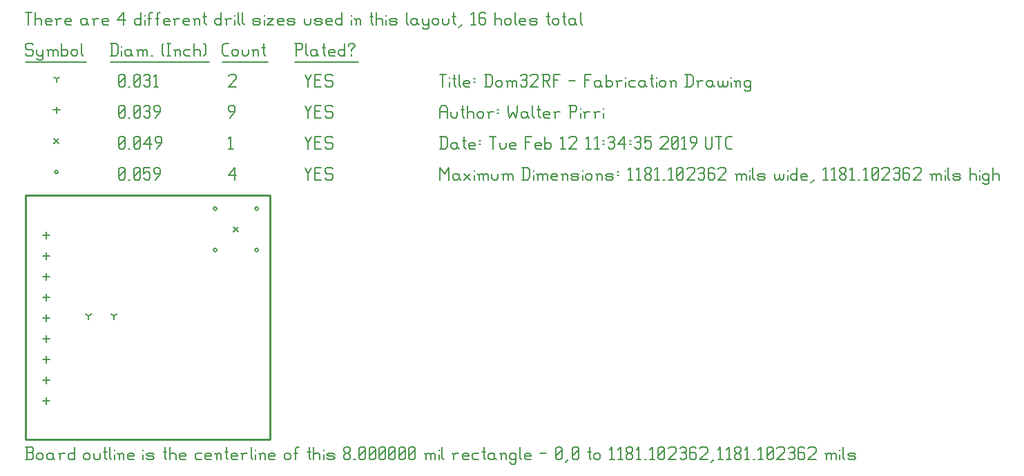
<source format=gbr>
G04 start of page 9 for group -3984 idx -3984 *
G04 Title: Dom32RF, fab *
G04 Creator: pcb 4.0.2 *
G04 CreationDate: Tue Feb 12 11:34:35 2019 UTC *
G04 For: walter *
G04 Format: Gerber/RS-274X *
G04 PCB-Dimensions (mil): 1181.10 1181.10 *
G04 PCB-Coordinate-Origin: lower left *
%MOIN*%
%FSLAX25Y25*%
%LNFAB*%
%ADD48C,0.0100*%
%ADD47C,0.0075*%
%ADD46C,0.0060*%
%ADD45R,0.0080X0.0080*%
G54D45*X90775Y91654D02*G75*G03X92375Y91654I800J0D01*G01*
G75*G03X90775Y91654I-800J0D01*G01*
Y111654D02*G75*G03X92375Y111654I800J0D01*G01*
G75*G03X90775Y111654I-800J0D01*G01*
X110775Y91654D02*G75*G03X112375Y91654I800J0D01*G01*
G75*G03X110775Y91654I-800J0D01*G01*
Y111654D02*G75*G03X112375Y111654I800J0D01*G01*
G75*G03X110775Y111654I-800J0D01*G01*
X14200Y129360D02*G75*G03X15800Y129360I800J0D01*G01*
G75*G03X14200Y129360I-800J0D01*G01*
G54D46*X135000Y131610D02*X136500Y128610D01*
X138000Y131610D01*
X136500Y128610D02*Y125610D01*
X139800Y128910D02*X142050D01*
X139800Y125610D02*X142800D01*
X139800Y131610D02*Y125610D01*
Y131610D02*X142800D01*
X147600D02*X148350Y130860D01*
X145350Y131610D02*X147600D01*
X144600Y130860D02*X145350Y131610D01*
X144600Y130860D02*Y129360D01*
X145350Y128610D01*
X147600D01*
X148350Y127860D01*
Y126360D01*
X147600Y125610D02*X148350Y126360D01*
X145350Y125610D02*X147600D01*
X144600Y126360D02*X145350Y125610D01*
X98000Y127860D02*X101000Y131610D01*
X98000Y127860D02*X101750D01*
X101000Y131610D02*Y125610D01*
X45000Y126360D02*X45750Y125610D01*
X45000Y130860D02*Y126360D01*
Y130860D02*X45750Y131610D01*
X47250D01*
X48000Y130860D01*
Y126360D01*
X47250Y125610D02*X48000Y126360D01*
X45750Y125610D02*X47250D01*
X45000Y127110D02*X48000Y130110D01*
X49800Y125610D02*X50550D01*
X52350Y126360D02*X53100Y125610D01*
X52350Y130860D02*Y126360D01*
Y130860D02*X53100Y131610D01*
X54600D01*
X55350Y130860D01*
Y126360D01*
X54600Y125610D02*X55350Y126360D01*
X53100Y125610D02*X54600D01*
X52350Y127110D02*X55350Y130110D01*
X57150Y131610D02*X60150D01*
X57150D02*Y128610D01*
X57900Y129360D01*
X59400D01*
X60150Y128610D01*
Y126360D01*
X59400Y125610D02*X60150Y126360D01*
X57900Y125610D02*X59400D01*
X57150Y126360D02*X57900Y125610D01*
X62700D02*X64950Y128610D01*
Y130860D02*Y128610D01*
X64200Y131610D02*X64950Y130860D01*
X62700Y131610D02*X64200D01*
X61950Y130860D02*X62700Y131610D01*
X61950Y130860D02*Y129360D01*
X62700Y128610D01*
X64950D01*
X100375Y102854D02*X102775Y100454D01*
X100375D02*X102775Y102854D01*
X13800Y145560D02*X16200Y143160D01*
X13800D02*X16200Y145560D01*
X135000Y146610D02*X136500Y143610D01*
X138000Y146610D01*
X136500Y143610D02*Y140610D01*
X139800Y143910D02*X142050D01*
X139800Y140610D02*X142800D01*
X139800Y146610D02*Y140610D01*
Y146610D02*X142800D01*
X147600D02*X148350Y145860D01*
X145350Y146610D02*X147600D01*
X144600Y145860D02*X145350Y146610D01*
X144600Y145860D02*Y144360D01*
X145350Y143610D01*
X147600D01*
X148350Y142860D01*
Y141360D01*
X147600Y140610D02*X148350Y141360D01*
X145350Y140610D02*X147600D01*
X144600Y141360D02*X145350Y140610D01*
X98000Y145410D02*X99200Y146610D01*
Y140610D01*
X98000D02*X100250D01*
X45000Y141360D02*X45750Y140610D01*
X45000Y145860D02*Y141360D01*
Y145860D02*X45750Y146610D01*
X47250D01*
X48000Y145860D01*
Y141360D01*
X47250Y140610D02*X48000Y141360D01*
X45750Y140610D02*X47250D01*
X45000Y142110D02*X48000Y145110D01*
X49800Y140610D02*X50550D01*
X52350Y141360D02*X53100Y140610D01*
X52350Y145860D02*Y141360D01*
Y145860D02*X53100Y146610D01*
X54600D01*
X55350Y145860D01*
Y141360D01*
X54600Y140610D02*X55350Y141360D01*
X53100Y140610D02*X54600D01*
X52350Y142110D02*X55350Y145110D01*
X57150Y142860D02*X60150Y146610D01*
X57150Y142860D02*X60900D01*
X60150Y146610D02*Y140610D01*
X63450D02*X65700Y143610D01*
Y145860D02*Y143610D01*
X64950Y146610D02*X65700Y145860D01*
X63450Y146610D02*X64950D01*
X62700Y145860D02*X63450Y146610D01*
X62700Y145860D02*Y144360D01*
X63450Y143610D01*
X65700D01*
X10079Y100458D02*Y97258D01*
X8479Y98858D02*X11679D01*
X10079Y90458D02*Y87258D01*
X8479Y88858D02*X11679D01*
X10079Y80458D02*Y77258D01*
X8479Y78858D02*X11679D01*
X10079Y70458D02*Y67258D01*
X8479Y68858D02*X11679D01*
X10079Y60458D02*Y57258D01*
X8479Y58858D02*X11679D01*
X10079Y50458D02*Y47258D01*
X8479Y48858D02*X11679D01*
X10079Y40458D02*Y37258D01*
X8479Y38858D02*X11679D01*
X10079Y30458D02*Y27258D01*
X8479Y28858D02*X11679D01*
X10079Y20458D02*Y17258D01*
X8479Y18858D02*X11679D01*
X15000Y160960D02*Y157760D01*
X13400Y159360D02*X16600D01*
X135000Y161610D02*X136500Y158610D01*
X138000Y161610D01*
X136500Y158610D02*Y155610D01*
X139800Y158910D02*X142050D01*
X139800Y155610D02*X142800D01*
X139800Y161610D02*Y155610D01*
Y161610D02*X142800D01*
X147600D02*X148350Y160860D01*
X145350Y161610D02*X147600D01*
X144600Y160860D02*X145350Y161610D01*
X144600Y160860D02*Y159360D01*
X145350Y158610D01*
X147600D01*
X148350Y157860D01*
Y156360D01*
X147600Y155610D02*X148350Y156360D01*
X145350Y155610D02*X147600D01*
X144600Y156360D02*X145350Y155610D01*
X98750D02*X101000Y158610D01*
Y160860D02*Y158610D01*
X100250Y161610D02*X101000Y160860D01*
X98750Y161610D02*X100250D01*
X98000Y160860D02*X98750Y161610D01*
X98000Y160860D02*Y159360D01*
X98750Y158610D01*
X101000D01*
X45000Y156360D02*X45750Y155610D01*
X45000Y160860D02*Y156360D01*
Y160860D02*X45750Y161610D01*
X47250D01*
X48000Y160860D01*
Y156360D01*
X47250Y155610D02*X48000Y156360D01*
X45750Y155610D02*X47250D01*
X45000Y157110D02*X48000Y160110D01*
X49800Y155610D02*X50550D01*
X52350Y156360D02*X53100Y155610D01*
X52350Y160860D02*Y156360D01*
Y160860D02*X53100Y161610D01*
X54600D01*
X55350Y160860D01*
Y156360D01*
X54600Y155610D02*X55350Y156360D01*
X53100Y155610D02*X54600D01*
X52350Y157110D02*X55350Y160110D01*
X57150Y160860D02*X57900Y161610D01*
X59400D01*
X60150Y160860D01*
X59400Y155610D02*X60150Y156360D01*
X57900Y155610D02*X59400D01*
X57150Y156360D02*X57900Y155610D01*
Y158910D02*X59400D01*
X60150Y160860D02*Y159660D01*
Y158160D02*Y156360D01*
Y158160D02*X59400Y158910D01*
X60150Y159660D02*X59400Y158910D01*
X62700Y155610D02*X64950Y158610D01*
Y160860D02*Y158610D01*
X64200Y161610D02*X64950Y160860D01*
X62700Y161610D02*X64200D01*
X61950Y160860D02*X62700Y161610D01*
X61950Y160860D02*Y159360D01*
X62700Y158610D01*
X64950D01*
X30512Y59843D02*Y58243D01*
Y59843D02*X31898Y60643D01*
X30512Y59843D02*X29125Y60643D01*
X42717Y59843D02*Y58243D01*
Y59843D02*X44103Y60643D01*
X42717Y59843D02*X41330Y60643D01*
X15000Y174360D02*Y172760D01*
Y174360D02*X16387Y175160D01*
X15000Y174360D02*X13613Y175160D01*
X135000Y176610D02*X136500Y173610D01*
X138000Y176610D01*
X136500Y173610D02*Y170610D01*
X139800Y173910D02*X142050D01*
X139800Y170610D02*X142800D01*
X139800Y176610D02*Y170610D01*
Y176610D02*X142800D01*
X147600D02*X148350Y175860D01*
X145350Y176610D02*X147600D01*
X144600Y175860D02*X145350Y176610D01*
X144600Y175860D02*Y174360D01*
X145350Y173610D01*
X147600D01*
X148350Y172860D01*
Y171360D01*
X147600Y170610D02*X148350Y171360D01*
X145350Y170610D02*X147600D01*
X144600Y171360D02*X145350Y170610D01*
X98000Y175860D02*X98750Y176610D01*
X101000D01*
X101750Y175860D01*
Y174360D01*
X98000Y170610D02*X101750Y174360D01*
X98000Y170610D02*X101750D01*
X45000Y171360D02*X45750Y170610D01*
X45000Y175860D02*Y171360D01*
Y175860D02*X45750Y176610D01*
X47250D01*
X48000Y175860D01*
Y171360D01*
X47250Y170610D02*X48000Y171360D01*
X45750Y170610D02*X47250D01*
X45000Y172110D02*X48000Y175110D01*
X49800Y170610D02*X50550D01*
X52350Y171360D02*X53100Y170610D01*
X52350Y175860D02*Y171360D01*
Y175860D02*X53100Y176610D01*
X54600D01*
X55350Y175860D01*
Y171360D01*
X54600Y170610D02*X55350Y171360D01*
X53100Y170610D02*X54600D01*
X52350Y172110D02*X55350Y175110D01*
X57150Y175860D02*X57900Y176610D01*
X59400D01*
X60150Y175860D01*
X59400Y170610D02*X60150Y171360D01*
X57900Y170610D02*X59400D01*
X57150Y171360D02*X57900Y170610D01*
Y173910D02*X59400D01*
X60150Y175860D02*Y174660D01*
Y173160D02*Y171360D01*
Y173160D02*X59400Y173910D01*
X60150Y174660D02*X59400Y173910D01*
X61950Y175410D02*X63150Y176610D01*
Y170610D01*
X61950D02*X64200D01*
X3000Y191610D02*X3750Y190860D01*
X750Y191610D02*X3000D01*
X0Y190860D02*X750Y191610D01*
X0Y190860D02*Y189360D01*
X750Y188610D01*
X3000D01*
X3750Y187860D01*
Y186360D01*
X3000Y185610D02*X3750Y186360D01*
X750Y185610D02*X3000D01*
X0Y186360D02*X750Y185610D01*
X5550Y188610D02*Y186360D01*
X6300Y185610D01*
X8550Y188610D02*Y184110D01*
X7800Y183360D02*X8550Y184110D01*
X6300Y183360D02*X7800D01*
X5550Y184110D02*X6300Y183360D01*
Y185610D02*X7800D01*
X8550Y186360D01*
X11100Y187860D02*Y185610D01*
Y187860D02*X11850Y188610D01*
X12600D01*
X13350Y187860D01*
Y185610D01*
Y187860D02*X14100Y188610D01*
X14850D01*
X15600Y187860D01*
Y185610D01*
X10350Y188610D02*X11100Y187860D01*
X17400Y191610D02*Y185610D01*
Y186360D02*X18150Y185610D01*
X19650D01*
X20400Y186360D01*
Y187860D02*Y186360D01*
X19650Y188610D02*X20400Y187860D01*
X18150Y188610D02*X19650D01*
X17400Y187860D02*X18150Y188610D01*
X22200Y187860D02*Y186360D01*
Y187860D02*X22950Y188610D01*
X24450D01*
X25200Y187860D01*
Y186360D01*
X24450Y185610D02*X25200Y186360D01*
X22950Y185610D02*X24450D01*
X22200Y186360D02*X22950Y185610D01*
X27000Y191610D02*Y186360D01*
X27750Y185610D01*
X0Y182360D02*X29250D01*
X41750Y191610D02*Y185610D01*
X43700Y191610D02*X44750Y190560D01*
Y186660D01*
X43700Y185610D02*X44750Y186660D01*
X41000Y185610D02*X43700D01*
X41000Y191610D02*X43700D01*
G54D47*X46550Y190110D02*Y189960D01*
G54D46*Y187860D02*Y185610D01*
X50300Y188610D02*X51050Y187860D01*
X48800Y188610D02*X50300D01*
X48050Y187860D02*X48800Y188610D01*
X48050Y187860D02*Y186360D01*
X48800Y185610D01*
X51050Y188610D02*Y186360D01*
X51800Y185610D01*
X48800D02*X50300D01*
X51050Y186360D01*
X54350Y187860D02*Y185610D01*
Y187860D02*X55100Y188610D01*
X55850D01*
X56600Y187860D01*
Y185610D01*
Y187860D02*X57350Y188610D01*
X58100D01*
X58850Y187860D01*
Y185610D01*
X53600Y188610D02*X54350Y187860D01*
X60650Y185610D02*X61400D01*
X65900Y186360D02*X66650Y185610D01*
X65900Y190860D02*X66650Y191610D01*
X65900Y190860D02*Y186360D01*
X68450Y191610D02*X69950D01*
X69200D02*Y185610D01*
X68450D02*X69950D01*
X72500Y187860D02*Y185610D01*
Y187860D02*X73250Y188610D01*
X74000D01*
X74750Y187860D01*
Y185610D01*
X71750Y188610D02*X72500Y187860D01*
X77300Y188610D02*X79550D01*
X76550Y187860D02*X77300Y188610D01*
X76550Y187860D02*Y186360D01*
X77300Y185610D01*
X79550D01*
X81350Y191610D02*Y185610D01*
Y187860D02*X82100Y188610D01*
X83600D01*
X84350Y187860D01*
Y185610D01*
X86150Y191610D02*X86900Y190860D01*
Y186360D01*
X86150Y185610D02*X86900Y186360D01*
X41000Y182360D02*X88700D01*
X96050Y185610D02*X98000D01*
X95000Y186660D02*X96050Y185610D01*
X95000Y190560D02*Y186660D01*
Y190560D02*X96050Y191610D01*
X98000D01*
X99800Y187860D02*Y186360D01*
Y187860D02*X100550Y188610D01*
X102050D01*
X102800Y187860D01*
Y186360D01*
X102050Y185610D02*X102800Y186360D01*
X100550Y185610D02*X102050D01*
X99800Y186360D02*X100550Y185610D01*
X104600Y188610D02*Y186360D01*
X105350Y185610D01*
X106850D01*
X107600Y186360D01*
Y188610D02*Y186360D01*
X110150Y187860D02*Y185610D01*
Y187860D02*X110900Y188610D01*
X111650D01*
X112400Y187860D01*
Y185610D01*
X109400Y188610D02*X110150Y187860D01*
X114950Y191610D02*Y186360D01*
X115700Y185610D01*
X114200Y189360D02*X115700D01*
X95000Y182360D02*X117200D01*
X130750Y191610D02*Y185610D01*
X130000Y191610D02*X133000D01*
X133750Y190860D01*
Y189360D01*
X133000Y188610D02*X133750Y189360D01*
X130750Y188610D02*X133000D01*
X135550Y191610D02*Y186360D01*
X136300Y185610D01*
X140050Y188610D02*X140800Y187860D01*
X138550Y188610D02*X140050D01*
X137800Y187860D02*X138550Y188610D01*
X137800Y187860D02*Y186360D01*
X138550Y185610D01*
X140800Y188610D02*Y186360D01*
X141550Y185610D01*
X138550D02*X140050D01*
X140800Y186360D01*
X144100Y191610D02*Y186360D01*
X144850Y185610D01*
X143350Y189360D02*X144850D01*
X147100Y185610D02*X149350D01*
X146350Y186360D02*X147100Y185610D01*
X146350Y187860D02*Y186360D01*
Y187860D02*X147100Y188610D01*
X148600D01*
X149350Y187860D01*
X146350Y187110D02*X149350D01*
Y187860D02*Y187110D01*
X154150Y191610D02*Y185610D01*
X153400D02*X154150Y186360D01*
X151900Y185610D02*X153400D01*
X151150Y186360D02*X151900Y185610D01*
X151150Y187860D02*Y186360D01*
Y187860D02*X151900Y188610D01*
X153400D01*
X154150Y187860D01*
X157450Y188610D02*Y187860D01*
Y186360D02*Y185610D01*
X155950Y190860D02*Y190110D01*
Y190860D02*X156700Y191610D01*
X158200D01*
X158950Y190860D01*
Y190110D01*
X157450Y188610D02*X158950Y190110D01*
X130000Y182360D02*X160750D01*
X0Y206610D02*X3000D01*
X1500D02*Y200610D01*
X4800Y206610D02*Y200610D01*
Y202860D02*X5550Y203610D01*
X7050D01*
X7800Y202860D01*
Y200610D01*
X10350D02*X12600D01*
X9600Y201360D02*X10350Y200610D01*
X9600Y202860D02*Y201360D01*
Y202860D02*X10350Y203610D01*
X11850D01*
X12600Y202860D01*
X9600Y202110D02*X12600D01*
Y202860D02*Y202110D01*
X15150Y202860D02*Y200610D01*
Y202860D02*X15900Y203610D01*
X17400D01*
X14400D02*X15150Y202860D01*
X19950Y200610D02*X22200D01*
X19200Y201360D02*X19950Y200610D01*
X19200Y202860D02*Y201360D01*
Y202860D02*X19950Y203610D01*
X21450D01*
X22200Y202860D01*
X19200Y202110D02*X22200D01*
Y202860D02*Y202110D01*
X28950Y203610D02*X29700Y202860D01*
X27450Y203610D02*X28950D01*
X26700Y202860D02*X27450Y203610D01*
X26700Y202860D02*Y201360D01*
X27450Y200610D01*
X29700Y203610D02*Y201360D01*
X30450Y200610D01*
X27450D02*X28950D01*
X29700Y201360D01*
X33000Y202860D02*Y200610D01*
Y202860D02*X33750Y203610D01*
X35250D01*
X32250D02*X33000Y202860D01*
X37800Y200610D02*X40050D01*
X37050Y201360D02*X37800Y200610D01*
X37050Y202860D02*Y201360D01*
Y202860D02*X37800Y203610D01*
X39300D01*
X40050Y202860D01*
X37050Y202110D02*X40050D01*
Y202860D02*Y202110D01*
X44550Y202860D02*X47550Y206610D01*
X44550Y202860D02*X48300D01*
X47550Y206610D02*Y200610D01*
X55800Y206610D02*Y200610D01*
X55050D02*X55800Y201360D01*
X53550Y200610D02*X55050D01*
X52800Y201360D02*X53550Y200610D01*
X52800Y202860D02*Y201360D01*
Y202860D02*X53550Y203610D01*
X55050D01*
X55800Y202860D01*
G54D47*X57600Y205110D02*Y204960D01*
G54D46*Y202860D02*Y200610D01*
X59850Y205860D02*Y200610D01*
Y205860D02*X60600Y206610D01*
X61350D01*
X59100Y203610D02*X60600D01*
X63600Y205860D02*Y200610D01*
Y205860D02*X64350Y206610D01*
X65100D01*
X62850Y203610D02*X64350D01*
X67350Y200610D02*X69600D01*
X66600Y201360D02*X67350Y200610D01*
X66600Y202860D02*Y201360D01*
Y202860D02*X67350Y203610D01*
X68850D01*
X69600Y202860D01*
X66600Y202110D02*X69600D01*
Y202860D02*Y202110D01*
X72150Y202860D02*Y200610D01*
Y202860D02*X72900Y203610D01*
X74400D01*
X71400D02*X72150Y202860D01*
X76950Y200610D02*X79200D01*
X76200Y201360D02*X76950Y200610D01*
X76200Y202860D02*Y201360D01*
Y202860D02*X76950Y203610D01*
X78450D01*
X79200Y202860D01*
X76200Y202110D02*X79200D01*
Y202860D02*Y202110D01*
X81750Y202860D02*Y200610D01*
Y202860D02*X82500Y203610D01*
X83250D01*
X84000Y202860D01*
Y200610D01*
X81000Y203610D02*X81750Y202860D01*
X86550Y206610D02*Y201360D01*
X87300Y200610D01*
X85800Y204360D02*X87300D01*
X94500Y206610D02*Y200610D01*
X93750D02*X94500Y201360D01*
X92250Y200610D02*X93750D01*
X91500Y201360D02*X92250Y200610D01*
X91500Y202860D02*Y201360D01*
Y202860D02*X92250Y203610D01*
X93750D01*
X94500Y202860D01*
X97050D02*Y200610D01*
Y202860D02*X97800Y203610D01*
X99300D01*
X96300D02*X97050Y202860D01*
G54D47*X101100Y205110D02*Y204960D01*
G54D46*Y202860D02*Y200610D01*
X102600Y206610D02*Y201360D01*
X103350Y200610D01*
X104850Y206610D02*Y201360D01*
X105600Y200610D01*
X110550D02*X112800D01*
X113550Y201360D01*
X112800Y202110D02*X113550Y201360D01*
X110550Y202110D02*X112800D01*
X109800Y202860D02*X110550Y202110D01*
X109800Y202860D02*X110550Y203610D01*
X112800D01*
X113550Y202860D01*
X109800Y201360D02*X110550Y200610D01*
G54D47*X115350Y205110D02*Y204960D01*
G54D46*Y202860D02*Y200610D01*
X116850Y203610D02*X119850D01*
X116850Y200610D02*X119850Y203610D01*
X116850Y200610D02*X119850D01*
X122400D02*X124650D01*
X121650Y201360D02*X122400Y200610D01*
X121650Y202860D02*Y201360D01*
Y202860D02*X122400Y203610D01*
X123900D01*
X124650Y202860D01*
X121650Y202110D02*X124650D01*
Y202860D02*Y202110D01*
X127200Y200610D02*X129450D01*
X130200Y201360D01*
X129450Y202110D02*X130200Y201360D01*
X127200Y202110D02*X129450D01*
X126450Y202860D02*X127200Y202110D01*
X126450Y202860D02*X127200Y203610D01*
X129450D01*
X130200Y202860D01*
X126450Y201360D02*X127200Y200610D01*
X134700Y203610D02*Y201360D01*
X135450Y200610D01*
X136950D01*
X137700Y201360D01*
Y203610D02*Y201360D01*
X140250Y200610D02*X142500D01*
X143250Y201360D01*
X142500Y202110D02*X143250Y201360D01*
X140250Y202110D02*X142500D01*
X139500Y202860D02*X140250Y202110D01*
X139500Y202860D02*X140250Y203610D01*
X142500D01*
X143250Y202860D01*
X139500Y201360D02*X140250Y200610D01*
X145800D02*X148050D01*
X145050Y201360D02*X145800Y200610D01*
X145050Y202860D02*Y201360D01*
Y202860D02*X145800Y203610D01*
X147300D01*
X148050Y202860D01*
X145050Y202110D02*X148050D01*
Y202860D02*Y202110D01*
X152850Y206610D02*Y200610D01*
X152100D02*X152850Y201360D01*
X150600Y200610D02*X152100D01*
X149850Y201360D02*X150600Y200610D01*
X149850Y202860D02*Y201360D01*
Y202860D02*X150600Y203610D01*
X152100D01*
X152850Y202860D01*
G54D47*X157350Y205110D02*Y204960D01*
G54D46*Y202860D02*Y200610D01*
X159600Y202860D02*Y200610D01*
Y202860D02*X160350Y203610D01*
X161100D01*
X161850Y202860D01*
Y200610D01*
X158850Y203610D02*X159600Y202860D01*
X167100Y206610D02*Y201360D01*
X167850Y200610D01*
X166350Y204360D02*X167850D01*
X169350Y206610D02*Y200610D01*
Y202860D02*X170100Y203610D01*
X171600D01*
X172350Y202860D01*
Y200610D01*
G54D47*X174150Y205110D02*Y204960D01*
G54D46*Y202860D02*Y200610D01*
X176400D02*X178650D01*
X179400Y201360D01*
X178650Y202110D02*X179400Y201360D01*
X176400Y202110D02*X178650D01*
X175650Y202860D02*X176400Y202110D01*
X175650Y202860D02*X176400Y203610D01*
X178650D01*
X179400Y202860D01*
X175650Y201360D02*X176400Y200610D01*
X183900Y206610D02*Y201360D01*
X184650Y200610D01*
X188400Y203610D02*X189150Y202860D01*
X186900Y203610D02*X188400D01*
X186150Y202860D02*X186900Y203610D01*
X186150Y202860D02*Y201360D01*
X186900Y200610D01*
X189150Y203610D02*Y201360D01*
X189900Y200610D01*
X186900D02*X188400D01*
X189150Y201360D01*
X191700Y203610D02*Y201360D01*
X192450Y200610D01*
X194700Y203610D02*Y199110D01*
X193950Y198360D02*X194700Y199110D01*
X192450Y198360D02*X193950D01*
X191700Y199110D02*X192450Y198360D01*
Y200610D02*X193950D01*
X194700Y201360D01*
X196500Y202860D02*Y201360D01*
Y202860D02*X197250Y203610D01*
X198750D01*
X199500Y202860D01*
Y201360D01*
X198750Y200610D02*X199500Y201360D01*
X197250Y200610D02*X198750D01*
X196500Y201360D02*X197250Y200610D01*
X201300Y203610D02*Y201360D01*
X202050Y200610D01*
X203550D01*
X204300Y201360D01*
Y203610D02*Y201360D01*
X206850Y206610D02*Y201360D01*
X207600Y200610D01*
X206100Y204360D02*X207600D01*
X209100Y199110D02*X210600Y200610D01*
X215100Y205410D02*X216300Y206610D01*
Y200610D01*
X215100D02*X217350D01*
X221400Y206610D02*X222150Y205860D01*
X219900Y206610D02*X221400D01*
X219150Y205860D02*X219900Y206610D01*
X219150Y205860D02*Y201360D01*
X219900Y200610D01*
X221400Y203910D02*X222150Y203160D01*
X219150Y203910D02*X221400D01*
X219900Y200610D02*X221400D01*
X222150Y201360D01*
Y203160D02*Y201360D01*
X226650Y206610D02*Y200610D01*
Y202860D02*X227400Y203610D01*
X228900D01*
X229650Y202860D01*
Y200610D01*
X231450Y202860D02*Y201360D01*
Y202860D02*X232200Y203610D01*
X233700D01*
X234450Y202860D01*
Y201360D01*
X233700Y200610D02*X234450Y201360D01*
X232200Y200610D02*X233700D01*
X231450Y201360D02*X232200Y200610D01*
X236250Y206610D02*Y201360D01*
X237000Y200610D01*
X239250D02*X241500D01*
X238500Y201360D02*X239250Y200610D01*
X238500Y202860D02*Y201360D01*
Y202860D02*X239250Y203610D01*
X240750D01*
X241500Y202860D01*
X238500Y202110D02*X241500D01*
Y202860D02*Y202110D01*
X244050Y200610D02*X246300D01*
X247050Y201360D01*
X246300Y202110D02*X247050Y201360D01*
X244050Y202110D02*X246300D01*
X243300Y202860D02*X244050Y202110D01*
X243300Y202860D02*X244050Y203610D01*
X246300D01*
X247050Y202860D01*
X243300Y201360D02*X244050Y200610D01*
X252300Y206610D02*Y201360D01*
X253050Y200610D01*
X251550Y204360D02*X253050D01*
X254550Y202860D02*Y201360D01*
Y202860D02*X255300Y203610D01*
X256800D01*
X257550Y202860D01*
Y201360D01*
X256800Y200610D02*X257550Y201360D01*
X255300Y200610D02*X256800D01*
X254550Y201360D02*X255300Y200610D01*
X260100Y206610D02*Y201360D01*
X260850Y200610D01*
X259350Y204360D02*X260850D01*
X264600Y203610D02*X265350Y202860D01*
X263100Y203610D02*X264600D01*
X262350Y202860D02*X263100Y203610D01*
X262350Y202860D02*Y201360D01*
X263100Y200610D01*
X265350Y203610D02*Y201360D01*
X266100Y200610D01*
X263100D02*X264600D01*
X265350Y201360D01*
X267900Y206610D02*Y201360D01*
X268650Y200610D01*
G54D48*X0Y118110D02*X118110D01*
X0D02*Y0D01*
X118110Y118110D02*Y0D01*
X0D02*X118110D01*
G54D46*X200000Y131610D02*Y125610D01*
Y131610D02*X202250Y128610D01*
X204500Y131610D01*
Y125610D01*
X208550Y128610D02*X209300Y127860D01*
X207050Y128610D02*X208550D01*
X206300Y127860D02*X207050Y128610D01*
X206300Y127860D02*Y126360D01*
X207050Y125610D01*
X209300Y128610D02*Y126360D01*
X210050Y125610D01*
X207050D02*X208550D01*
X209300Y126360D01*
X211850Y128610D02*X214850Y125610D01*
X211850D02*X214850Y128610D01*
G54D47*X216650Y130110D02*Y129960D01*
G54D46*Y127860D02*Y125610D01*
X218900Y127860D02*Y125610D01*
Y127860D02*X219650Y128610D01*
X220400D01*
X221150Y127860D01*
Y125610D01*
Y127860D02*X221900Y128610D01*
X222650D01*
X223400Y127860D01*
Y125610D01*
X218150Y128610D02*X218900Y127860D01*
X225200Y128610D02*Y126360D01*
X225950Y125610D01*
X227450D01*
X228200Y126360D01*
Y128610D02*Y126360D01*
X230750Y127860D02*Y125610D01*
Y127860D02*X231500Y128610D01*
X232250D01*
X233000Y127860D01*
Y125610D01*
Y127860D02*X233750Y128610D01*
X234500D01*
X235250Y127860D01*
Y125610D01*
X230000Y128610D02*X230750Y127860D01*
X240500Y131610D02*Y125610D01*
X242450Y131610D02*X243500Y130560D01*
Y126660D01*
X242450Y125610D02*X243500Y126660D01*
X239750Y125610D02*X242450D01*
X239750Y131610D02*X242450D01*
G54D47*X245300Y130110D02*Y129960D01*
G54D46*Y127860D02*Y125610D01*
X247550Y127860D02*Y125610D01*
Y127860D02*X248300Y128610D01*
X249050D01*
X249800Y127860D01*
Y125610D01*
Y127860D02*X250550Y128610D01*
X251300D01*
X252050Y127860D01*
Y125610D01*
X246800Y128610D02*X247550Y127860D01*
X254600Y125610D02*X256850D01*
X253850Y126360D02*X254600Y125610D01*
X253850Y127860D02*Y126360D01*
Y127860D02*X254600Y128610D01*
X256100D01*
X256850Y127860D01*
X253850Y127110D02*X256850D01*
Y127860D02*Y127110D01*
X259400Y127860D02*Y125610D01*
Y127860D02*X260150Y128610D01*
X260900D01*
X261650Y127860D01*
Y125610D01*
X258650Y128610D02*X259400Y127860D01*
X264200Y125610D02*X266450D01*
X267200Y126360D01*
X266450Y127110D02*X267200Y126360D01*
X264200Y127110D02*X266450D01*
X263450Y127860D02*X264200Y127110D01*
X263450Y127860D02*X264200Y128610D01*
X266450D01*
X267200Y127860D01*
X263450Y126360D02*X264200Y125610D01*
G54D47*X269000Y130110D02*Y129960D01*
G54D46*Y127860D02*Y125610D01*
X270500Y127860D02*Y126360D01*
Y127860D02*X271250Y128610D01*
X272750D01*
X273500Y127860D01*
Y126360D01*
X272750Y125610D02*X273500Y126360D01*
X271250Y125610D02*X272750D01*
X270500Y126360D02*X271250Y125610D01*
X276050Y127860D02*Y125610D01*
Y127860D02*X276800Y128610D01*
X277550D01*
X278300Y127860D01*
Y125610D01*
X275300Y128610D02*X276050Y127860D01*
X280850Y125610D02*X283100D01*
X283850Y126360D01*
X283100Y127110D02*X283850Y126360D01*
X280850Y127110D02*X283100D01*
X280100Y127860D02*X280850Y127110D01*
X280100Y127860D02*X280850Y128610D01*
X283100D01*
X283850Y127860D01*
X280100Y126360D02*X280850Y125610D01*
X285650Y129360D02*X286400D01*
X285650Y127860D02*X286400D01*
X290900Y130410D02*X292100Y131610D01*
Y125610D01*
X290900D02*X293150D01*
X294950Y130410D02*X296150Y131610D01*
Y125610D01*
X294950D02*X297200D01*
X299000Y126360D02*X299750Y125610D01*
X299000Y127560D02*Y126360D01*
Y127560D02*X300050Y128610D01*
X300950D01*
X302000Y127560D01*
Y126360D01*
X301250Y125610D02*X302000Y126360D01*
X299750Y125610D02*X301250D01*
X299000Y129660D02*X300050Y128610D01*
X299000Y130860D02*Y129660D01*
Y130860D02*X299750Y131610D01*
X301250D01*
X302000Y130860D01*
Y129660D01*
X300950Y128610D02*X302000Y129660D01*
X303800Y130410D02*X305000Y131610D01*
Y125610D01*
X303800D02*X306050D01*
X307850D02*X308600D01*
X310400Y130410D02*X311600Y131610D01*
Y125610D01*
X310400D02*X312650D01*
X314450Y126360D02*X315200Y125610D01*
X314450Y130860D02*Y126360D01*
Y130860D02*X315200Y131610D01*
X316700D01*
X317450Y130860D01*
Y126360D01*
X316700Y125610D02*X317450Y126360D01*
X315200Y125610D02*X316700D01*
X314450Y127110D02*X317450Y130110D01*
X319250Y130860D02*X320000Y131610D01*
X322250D01*
X323000Y130860D01*
Y129360D01*
X319250Y125610D02*X323000Y129360D01*
X319250Y125610D02*X323000D01*
X324800Y130860D02*X325550Y131610D01*
X327050D01*
X327800Y130860D01*
X327050Y125610D02*X327800Y126360D01*
X325550Y125610D02*X327050D01*
X324800Y126360D02*X325550Y125610D01*
Y128910D02*X327050D01*
X327800Y130860D02*Y129660D01*
Y128160D02*Y126360D01*
Y128160D02*X327050Y128910D01*
X327800Y129660D02*X327050Y128910D01*
X331850Y131610D02*X332600Y130860D01*
X330350Y131610D02*X331850D01*
X329600Y130860D02*X330350Y131610D01*
X329600Y130860D02*Y126360D01*
X330350Y125610D01*
X331850Y128910D02*X332600Y128160D01*
X329600Y128910D02*X331850D01*
X330350Y125610D02*X331850D01*
X332600Y126360D01*
Y128160D02*Y126360D01*
X334400Y130860D02*X335150Y131610D01*
X337400D01*
X338150Y130860D01*
Y129360D01*
X334400Y125610D02*X338150Y129360D01*
X334400Y125610D02*X338150D01*
X343400Y127860D02*Y125610D01*
Y127860D02*X344150Y128610D01*
X344900D01*
X345650Y127860D01*
Y125610D01*
Y127860D02*X346400Y128610D01*
X347150D01*
X347900Y127860D01*
Y125610D01*
X342650Y128610D02*X343400Y127860D01*
G54D47*X349700Y130110D02*Y129960D01*
G54D46*Y127860D02*Y125610D01*
X351200Y131610D02*Y126360D01*
X351950Y125610D01*
X354200D02*X356450D01*
X357200Y126360D01*
X356450Y127110D02*X357200Y126360D01*
X354200Y127110D02*X356450D01*
X353450Y127860D02*X354200Y127110D01*
X353450Y127860D02*X354200Y128610D01*
X356450D01*
X357200Y127860D01*
X353450Y126360D02*X354200Y125610D01*
X361700Y128610D02*Y126360D01*
X362450Y125610D01*
X363200D01*
X363950Y126360D01*
Y128610D02*Y126360D01*
X364700Y125610D01*
X365450D01*
X366200Y126360D01*
Y128610D02*Y126360D01*
G54D47*X368000Y130110D02*Y129960D01*
G54D46*Y127860D02*Y125610D01*
X372500Y131610D02*Y125610D01*
X371750D02*X372500Y126360D01*
X370250Y125610D02*X371750D01*
X369500Y126360D02*X370250Y125610D01*
X369500Y127860D02*Y126360D01*
Y127860D02*X370250Y128610D01*
X371750D01*
X372500Y127860D01*
X375050Y125610D02*X377300D01*
X374300Y126360D02*X375050Y125610D01*
X374300Y127860D02*Y126360D01*
Y127860D02*X375050Y128610D01*
X376550D01*
X377300Y127860D01*
X374300Y127110D02*X377300D01*
Y127860D02*Y127110D01*
X379100Y124110D02*X380600Y125610D01*
X385100Y130410D02*X386300Y131610D01*
Y125610D01*
X385100D02*X387350D01*
X389150Y130410D02*X390350Y131610D01*
Y125610D01*
X389150D02*X391400D01*
X393200Y126360D02*X393950Y125610D01*
X393200Y127560D02*Y126360D01*
Y127560D02*X394250Y128610D01*
X395150D01*
X396200Y127560D01*
Y126360D01*
X395450Y125610D02*X396200Y126360D01*
X393950Y125610D02*X395450D01*
X393200Y129660D02*X394250Y128610D01*
X393200Y130860D02*Y129660D01*
Y130860D02*X393950Y131610D01*
X395450D01*
X396200Y130860D01*
Y129660D01*
X395150Y128610D02*X396200Y129660D01*
X398000Y130410D02*X399200Y131610D01*
Y125610D01*
X398000D02*X400250D01*
X402050D02*X402800D01*
X404600Y130410D02*X405800Y131610D01*
Y125610D01*
X404600D02*X406850D01*
X408650Y126360D02*X409400Y125610D01*
X408650Y130860D02*Y126360D01*
Y130860D02*X409400Y131610D01*
X410900D01*
X411650Y130860D01*
Y126360D01*
X410900Y125610D02*X411650Y126360D01*
X409400Y125610D02*X410900D01*
X408650Y127110D02*X411650Y130110D01*
X413450Y130860D02*X414200Y131610D01*
X416450D01*
X417200Y130860D01*
Y129360D01*
X413450Y125610D02*X417200Y129360D01*
X413450Y125610D02*X417200D01*
X419000Y130860D02*X419750Y131610D01*
X421250D01*
X422000Y130860D01*
X421250Y125610D02*X422000Y126360D01*
X419750Y125610D02*X421250D01*
X419000Y126360D02*X419750Y125610D01*
Y128910D02*X421250D01*
X422000Y130860D02*Y129660D01*
Y128160D02*Y126360D01*
Y128160D02*X421250Y128910D01*
X422000Y129660D02*X421250Y128910D01*
X426050Y131610D02*X426800Y130860D01*
X424550Y131610D02*X426050D01*
X423800Y130860D02*X424550Y131610D01*
X423800Y130860D02*Y126360D01*
X424550Y125610D01*
X426050Y128910D02*X426800Y128160D01*
X423800Y128910D02*X426050D01*
X424550Y125610D02*X426050D01*
X426800Y126360D01*
Y128160D02*Y126360D01*
X428600Y130860D02*X429350Y131610D01*
X431600D01*
X432350Y130860D01*
Y129360D01*
X428600Y125610D02*X432350Y129360D01*
X428600Y125610D02*X432350D01*
X437600Y127860D02*Y125610D01*
Y127860D02*X438350Y128610D01*
X439100D01*
X439850Y127860D01*
Y125610D01*
Y127860D02*X440600Y128610D01*
X441350D01*
X442100Y127860D01*
Y125610D01*
X436850Y128610D02*X437600Y127860D01*
G54D47*X443900Y130110D02*Y129960D01*
G54D46*Y127860D02*Y125610D01*
X445400Y131610D02*Y126360D01*
X446150Y125610D01*
X448400D02*X450650D01*
X451400Y126360D01*
X450650Y127110D02*X451400Y126360D01*
X448400Y127110D02*X450650D01*
X447650Y127860D02*X448400Y127110D01*
X447650Y127860D02*X448400Y128610D01*
X450650D01*
X451400Y127860D01*
X447650Y126360D02*X448400Y125610D01*
X455900Y131610D02*Y125610D01*
Y127860D02*X456650Y128610D01*
X458150D01*
X458900Y127860D01*
Y125610D01*
G54D47*X460700Y130110D02*Y129960D01*
G54D46*Y127860D02*Y125610D01*
X464450Y128610D02*X465200Y127860D01*
X462950Y128610D02*X464450D01*
X462200Y127860D02*X462950Y128610D01*
X462200Y127860D02*Y126360D01*
X462950Y125610D01*
X464450D01*
X465200Y126360D01*
X462200Y124110D02*X462950Y123360D01*
X464450D01*
X465200Y124110D01*
Y128610D02*Y124110D01*
X467000Y131610D02*Y125610D01*
Y127860D02*X467750Y128610D01*
X469250D01*
X470000Y127860D01*
Y125610D01*
X0Y-9500D02*X3000D01*
X3750Y-8750D01*
Y-6950D02*Y-8750D01*
X3000Y-6200D02*X3750Y-6950D01*
X750Y-6200D02*X3000D01*
X750Y-3500D02*Y-9500D01*
X0Y-3500D02*X3000D01*
X3750Y-4250D01*
Y-5450D01*
X3000Y-6200D02*X3750Y-5450D01*
X5550Y-7250D02*Y-8750D01*
Y-7250D02*X6300Y-6500D01*
X7800D01*
X8550Y-7250D01*
Y-8750D01*
X7800Y-9500D02*X8550Y-8750D01*
X6300Y-9500D02*X7800D01*
X5550Y-8750D02*X6300Y-9500D01*
X12600Y-6500D02*X13350Y-7250D01*
X11100Y-6500D02*X12600D01*
X10350Y-7250D02*X11100Y-6500D01*
X10350Y-7250D02*Y-8750D01*
X11100Y-9500D01*
X13350Y-6500D02*Y-8750D01*
X14100Y-9500D01*
X11100D02*X12600D01*
X13350Y-8750D01*
X16650Y-7250D02*Y-9500D01*
Y-7250D02*X17400Y-6500D01*
X18900D01*
X15900D02*X16650Y-7250D01*
X23700Y-3500D02*Y-9500D01*
X22950D02*X23700Y-8750D01*
X21450Y-9500D02*X22950D01*
X20700Y-8750D02*X21450Y-9500D01*
X20700Y-7250D02*Y-8750D01*
Y-7250D02*X21450Y-6500D01*
X22950D01*
X23700Y-7250D01*
X28200D02*Y-8750D01*
Y-7250D02*X28950Y-6500D01*
X30450D01*
X31200Y-7250D01*
Y-8750D01*
X30450Y-9500D02*X31200Y-8750D01*
X28950Y-9500D02*X30450D01*
X28200Y-8750D02*X28950Y-9500D01*
X33000Y-6500D02*Y-8750D01*
X33750Y-9500D01*
X35250D01*
X36000Y-8750D01*
Y-6500D02*Y-8750D01*
X38550Y-3500D02*Y-8750D01*
X39300Y-9500D01*
X37800Y-5750D02*X39300D01*
X40800Y-3500D02*Y-8750D01*
X41550Y-9500D01*
G54D47*X43050Y-5000D02*Y-5150D01*
G54D46*Y-7250D02*Y-9500D01*
X45300Y-7250D02*Y-9500D01*
Y-7250D02*X46050Y-6500D01*
X46800D01*
X47550Y-7250D01*
Y-9500D01*
X44550Y-6500D02*X45300Y-7250D01*
X50100Y-9500D02*X52350D01*
X49350Y-8750D02*X50100Y-9500D01*
X49350Y-7250D02*Y-8750D01*
Y-7250D02*X50100Y-6500D01*
X51600D01*
X52350Y-7250D01*
X49350Y-8000D02*X52350D01*
Y-7250D02*Y-8000D01*
G54D47*X56850Y-5000D02*Y-5150D01*
G54D46*Y-7250D02*Y-9500D01*
X59100D02*X61350D01*
X62100Y-8750D01*
X61350Y-8000D02*X62100Y-8750D01*
X59100Y-8000D02*X61350D01*
X58350Y-7250D02*X59100Y-8000D01*
X58350Y-7250D02*X59100Y-6500D01*
X61350D01*
X62100Y-7250D01*
X58350Y-8750D02*X59100Y-9500D01*
X67350Y-3500D02*Y-8750D01*
X68100Y-9500D01*
X66600Y-5750D02*X68100D01*
X69600Y-3500D02*Y-9500D01*
Y-7250D02*X70350Y-6500D01*
X71850D01*
X72600Y-7250D01*
Y-9500D01*
X75150D02*X77400D01*
X74400Y-8750D02*X75150Y-9500D01*
X74400Y-7250D02*Y-8750D01*
Y-7250D02*X75150Y-6500D01*
X76650D01*
X77400Y-7250D01*
X74400Y-8000D02*X77400D01*
Y-7250D02*Y-8000D01*
X82650Y-6500D02*X84900D01*
X81900Y-7250D02*X82650Y-6500D01*
X81900Y-7250D02*Y-8750D01*
X82650Y-9500D01*
X84900D01*
X87450D02*X89700D01*
X86700Y-8750D02*X87450Y-9500D01*
X86700Y-7250D02*Y-8750D01*
Y-7250D02*X87450Y-6500D01*
X88950D01*
X89700Y-7250D01*
X86700Y-8000D02*X89700D01*
Y-7250D02*Y-8000D01*
X92250Y-7250D02*Y-9500D01*
Y-7250D02*X93000Y-6500D01*
X93750D01*
X94500Y-7250D01*
Y-9500D01*
X91500Y-6500D02*X92250Y-7250D01*
X97050Y-3500D02*Y-8750D01*
X97800Y-9500D01*
X96300Y-5750D02*X97800D01*
X100050Y-9500D02*X102300D01*
X99300Y-8750D02*X100050Y-9500D01*
X99300Y-7250D02*Y-8750D01*
Y-7250D02*X100050Y-6500D01*
X101550D01*
X102300Y-7250D01*
X99300Y-8000D02*X102300D01*
Y-7250D02*Y-8000D01*
X104850Y-7250D02*Y-9500D01*
Y-7250D02*X105600Y-6500D01*
X107100D01*
X104100D02*X104850Y-7250D01*
X108900Y-3500D02*Y-8750D01*
X109650Y-9500D01*
G54D47*X111150Y-5000D02*Y-5150D01*
G54D46*Y-7250D02*Y-9500D01*
X113400Y-7250D02*Y-9500D01*
Y-7250D02*X114150Y-6500D01*
X114900D01*
X115650Y-7250D01*
Y-9500D01*
X112650Y-6500D02*X113400Y-7250D01*
X118200Y-9500D02*X120450D01*
X117450Y-8750D02*X118200Y-9500D01*
X117450Y-7250D02*Y-8750D01*
Y-7250D02*X118200Y-6500D01*
X119700D01*
X120450Y-7250D01*
X117450Y-8000D02*X120450D01*
Y-7250D02*Y-8000D01*
X124950Y-7250D02*Y-8750D01*
Y-7250D02*X125700Y-6500D01*
X127200D01*
X127950Y-7250D01*
Y-8750D01*
X127200Y-9500D02*X127950Y-8750D01*
X125700Y-9500D02*X127200D01*
X124950Y-8750D02*X125700Y-9500D01*
X130500Y-4250D02*Y-9500D01*
Y-4250D02*X131250Y-3500D01*
X132000D01*
X129750Y-6500D02*X131250D01*
X136950Y-3500D02*Y-8750D01*
X137700Y-9500D01*
X136200Y-5750D02*X137700D01*
X139200Y-3500D02*Y-9500D01*
Y-7250D02*X139950Y-6500D01*
X141450D01*
X142200Y-7250D01*
Y-9500D01*
G54D47*X144000Y-5000D02*Y-5150D01*
G54D46*Y-7250D02*Y-9500D01*
X146250D02*X148500D01*
X149250Y-8750D01*
X148500Y-8000D02*X149250Y-8750D01*
X146250Y-8000D02*X148500D01*
X145500Y-7250D02*X146250Y-8000D01*
X145500Y-7250D02*X146250Y-6500D01*
X148500D01*
X149250Y-7250D01*
X145500Y-8750D02*X146250Y-9500D01*
X153750Y-8750D02*X154500Y-9500D01*
X153750Y-7550D02*Y-8750D01*
Y-7550D02*X154800Y-6500D01*
X155700D01*
X156750Y-7550D01*
Y-8750D01*
X156000Y-9500D02*X156750Y-8750D01*
X154500Y-9500D02*X156000D01*
X153750Y-5450D02*X154800Y-6500D01*
X153750Y-4250D02*Y-5450D01*
Y-4250D02*X154500Y-3500D01*
X156000D01*
X156750Y-4250D01*
Y-5450D01*
X155700Y-6500D02*X156750Y-5450D01*
X158550Y-9500D02*X159300D01*
X161100Y-8750D02*X161850Y-9500D01*
X161100Y-4250D02*Y-8750D01*
Y-4250D02*X161850Y-3500D01*
X163350D01*
X164100Y-4250D01*
Y-8750D01*
X163350Y-9500D02*X164100Y-8750D01*
X161850Y-9500D02*X163350D01*
X161100Y-8000D02*X164100Y-5000D01*
X165900Y-8750D02*X166650Y-9500D01*
X165900Y-4250D02*Y-8750D01*
Y-4250D02*X166650Y-3500D01*
X168150D01*
X168900Y-4250D01*
Y-8750D01*
X168150Y-9500D02*X168900Y-8750D01*
X166650Y-9500D02*X168150D01*
X165900Y-8000D02*X168900Y-5000D01*
X170700Y-8750D02*X171450Y-9500D01*
X170700Y-4250D02*Y-8750D01*
Y-4250D02*X171450Y-3500D01*
X172950D01*
X173700Y-4250D01*
Y-8750D01*
X172950Y-9500D02*X173700Y-8750D01*
X171450Y-9500D02*X172950D01*
X170700Y-8000D02*X173700Y-5000D01*
X175500Y-8750D02*X176250Y-9500D01*
X175500Y-4250D02*Y-8750D01*
Y-4250D02*X176250Y-3500D01*
X177750D01*
X178500Y-4250D01*
Y-8750D01*
X177750Y-9500D02*X178500Y-8750D01*
X176250Y-9500D02*X177750D01*
X175500Y-8000D02*X178500Y-5000D01*
X180300Y-8750D02*X181050Y-9500D01*
X180300Y-4250D02*Y-8750D01*
Y-4250D02*X181050Y-3500D01*
X182550D01*
X183300Y-4250D01*
Y-8750D01*
X182550Y-9500D02*X183300Y-8750D01*
X181050Y-9500D02*X182550D01*
X180300Y-8000D02*X183300Y-5000D01*
X185100Y-8750D02*X185850Y-9500D01*
X185100Y-4250D02*Y-8750D01*
Y-4250D02*X185850Y-3500D01*
X187350D01*
X188100Y-4250D01*
Y-8750D01*
X187350Y-9500D02*X188100Y-8750D01*
X185850Y-9500D02*X187350D01*
X185100Y-8000D02*X188100Y-5000D01*
X193350Y-7250D02*Y-9500D01*
Y-7250D02*X194100Y-6500D01*
X194850D01*
X195600Y-7250D01*
Y-9500D01*
Y-7250D02*X196350Y-6500D01*
X197100D01*
X197850Y-7250D01*
Y-9500D01*
X192600Y-6500D02*X193350Y-7250D01*
G54D47*X199650Y-5000D02*Y-5150D01*
G54D46*Y-7250D02*Y-9500D01*
X201150Y-3500D02*Y-8750D01*
X201900Y-9500D01*
X206850Y-7250D02*Y-9500D01*
Y-7250D02*X207600Y-6500D01*
X209100D01*
X206100D02*X206850Y-7250D01*
X211650Y-9500D02*X213900D01*
X210900Y-8750D02*X211650Y-9500D01*
X210900Y-7250D02*Y-8750D01*
Y-7250D02*X211650Y-6500D01*
X213150D01*
X213900Y-7250D01*
X210900Y-8000D02*X213900D01*
Y-7250D02*Y-8000D01*
X216450Y-6500D02*X218700D01*
X215700Y-7250D02*X216450Y-6500D01*
X215700Y-7250D02*Y-8750D01*
X216450Y-9500D01*
X218700D01*
X221250Y-3500D02*Y-8750D01*
X222000Y-9500D01*
X220500Y-5750D02*X222000D01*
X225750Y-6500D02*X226500Y-7250D01*
X224250Y-6500D02*X225750D01*
X223500Y-7250D02*X224250Y-6500D01*
X223500Y-7250D02*Y-8750D01*
X224250Y-9500D01*
X226500Y-6500D02*Y-8750D01*
X227250Y-9500D01*
X224250D02*X225750D01*
X226500Y-8750D01*
X229800Y-7250D02*Y-9500D01*
Y-7250D02*X230550Y-6500D01*
X231300D01*
X232050Y-7250D01*
Y-9500D01*
X229050Y-6500D02*X229800Y-7250D01*
X236100Y-6500D02*X236850Y-7250D01*
X234600Y-6500D02*X236100D01*
X233850Y-7250D02*X234600Y-6500D01*
X233850Y-7250D02*Y-8750D01*
X234600Y-9500D01*
X236100D01*
X236850Y-8750D01*
X233850Y-11000D02*X234600Y-11750D01*
X236100D01*
X236850Y-11000D01*
Y-6500D02*Y-11000D01*
X238650Y-3500D02*Y-8750D01*
X239400Y-9500D01*
X241650D02*X243900D01*
X240900Y-8750D02*X241650Y-9500D01*
X240900Y-7250D02*Y-8750D01*
Y-7250D02*X241650Y-6500D01*
X243150D01*
X243900Y-7250D01*
X240900Y-8000D02*X243900D01*
Y-7250D02*Y-8000D01*
X248400Y-6500D02*X251400D01*
X255900Y-8750D02*X256650Y-9500D01*
X255900Y-4250D02*Y-8750D01*
Y-4250D02*X256650Y-3500D01*
X258150D01*
X258900Y-4250D01*
Y-8750D01*
X258150Y-9500D02*X258900Y-8750D01*
X256650Y-9500D02*X258150D01*
X255900Y-8000D02*X258900Y-5000D01*
X260700Y-11000D02*X262200Y-9500D01*
X264000Y-8750D02*X264750Y-9500D01*
X264000Y-4250D02*Y-8750D01*
Y-4250D02*X264750Y-3500D01*
X266250D01*
X267000Y-4250D01*
Y-8750D01*
X266250Y-9500D02*X267000Y-8750D01*
X264750Y-9500D02*X266250D01*
X264000Y-8000D02*X267000Y-5000D01*
X272250Y-3500D02*Y-8750D01*
X273000Y-9500D01*
X271500Y-5750D02*X273000D01*
X274500Y-7250D02*Y-8750D01*
Y-7250D02*X275250Y-6500D01*
X276750D01*
X277500Y-7250D01*
Y-8750D01*
X276750Y-9500D02*X277500Y-8750D01*
X275250Y-9500D02*X276750D01*
X274500Y-8750D02*X275250Y-9500D01*
X282000Y-4700D02*X283200Y-3500D01*
Y-9500D01*
X282000D02*X284250D01*
X286050Y-4700D02*X287250Y-3500D01*
Y-9500D01*
X286050D02*X288300D01*
X290100Y-8750D02*X290850Y-9500D01*
X290100Y-7550D02*Y-8750D01*
Y-7550D02*X291150Y-6500D01*
X292050D01*
X293100Y-7550D01*
Y-8750D01*
X292350Y-9500D02*X293100Y-8750D01*
X290850Y-9500D02*X292350D01*
X290100Y-5450D02*X291150Y-6500D01*
X290100Y-4250D02*Y-5450D01*
Y-4250D02*X290850Y-3500D01*
X292350D01*
X293100Y-4250D01*
Y-5450D01*
X292050Y-6500D02*X293100Y-5450D01*
X294900Y-4700D02*X296100Y-3500D01*
Y-9500D01*
X294900D02*X297150D01*
X298950D02*X299700D01*
X301500Y-4700D02*X302700Y-3500D01*
Y-9500D01*
X301500D02*X303750D01*
X305550Y-8750D02*X306300Y-9500D01*
X305550Y-4250D02*Y-8750D01*
Y-4250D02*X306300Y-3500D01*
X307800D01*
X308550Y-4250D01*
Y-8750D01*
X307800Y-9500D02*X308550Y-8750D01*
X306300Y-9500D02*X307800D01*
X305550Y-8000D02*X308550Y-5000D01*
X310350Y-4250D02*X311100Y-3500D01*
X313350D01*
X314100Y-4250D01*
Y-5750D01*
X310350Y-9500D02*X314100Y-5750D01*
X310350Y-9500D02*X314100D01*
X315900Y-4250D02*X316650Y-3500D01*
X318150D01*
X318900Y-4250D01*
X318150Y-9500D02*X318900Y-8750D01*
X316650Y-9500D02*X318150D01*
X315900Y-8750D02*X316650Y-9500D01*
Y-6200D02*X318150D01*
X318900Y-4250D02*Y-5450D01*
Y-6950D02*Y-8750D01*
Y-6950D02*X318150Y-6200D01*
X318900Y-5450D02*X318150Y-6200D01*
X322950Y-3500D02*X323700Y-4250D01*
X321450Y-3500D02*X322950D01*
X320700Y-4250D02*X321450Y-3500D01*
X320700Y-4250D02*Y-8750D01*
X321450Y-9500D01*
X322950Y-6200D02*X323700Y-6950D01*
X320700Y-6200D02*X322950D01*
X321450Y-9500D02*X322950D01*
X323700Y-8750D01*
Y-6950D02*Y-8750D01*
X325500Y-4250D02*X326250Y-3500D01*
X328500D01*
X329250Y-4250D01*
Y-5750D01*
X325500Y-9500D02*X329250Y-5750D01*
X325500Y-9500D02*X329250D01*
X331050Y-11000D02*X332550Y-9500D01*
X334350Y-4700D02*X335550Y-3500D01*
Y-9500D01*
X334350D02*X336600D01*
X338400Y-4700D02*X339600Y-3500D01*
Y-9500D01*
X338400D02*X340650D01*
X342450Y-8750D02*X343200Y-9500D01*
X342450Y-7550D02*Y-8750D01*
Y-7550D02*X343500Y-6500D01*
X344400D01*
X345450Y-7550D01*
Y-8750D01*
X344700Y-9500D02*X345450Y-8750D01*
X343200Y-9500D02*X344700D01*
X342450Y-5450D02*X343500Y-6500D01*
X342450Y-4250D02*Y-5450D01*
Y-4250D02*X343200Y-3500D01*
X344700D01*
X345450Y-4250D01*
Y-5450D01*
X344400Y-6500D02*X345450Y-5450D01*
X347250Y-4700D02*X348450Y-3500D01*
Y-9500D01*
X347250D02*X349500D01*
X351300D02*X352050D01*
X353850Y-4700D02*X355050Y-3500D01*
Y-9500D01*
X353850D02*X356100D01*
X357900Y-8750D02*X358650Y-9500D01*
X357900Y-4250D02*Y-8750D01*
Y-4250D02*X358650Y-3500D01*
X360150D01*
X360900Y-4250D01*
Y-8750D01*
X360150Y-9500D02*X360900Y-8750D01*
X358650Y-9500D02*X360150D01*
X357900Y-8000D02*X360900Y-5000D01*
X362700Y-4250D02*X363450Y-3500D01*
X365700D01*
X366450Y-4250D01*
Y-5750D01*
X362700Y-9500D02*X366450Y-5750D01*
X362700Y-9500D02*X366450D01*
X368250Y-4250D02*X369000Y-3500D01*
X370500D01*
X371250Y-4250D01*
X370500Y-9500D02*X371250Y-8750D01*
X369000Y-9500D02*X370500D01*
X368250Y-8750D02*X369000Y-9500D01*
Y-6200D02*X370500D01*
X371250Y-4250D02*Y-5450D01*
Y-6950D02*Y-8750D01*
Y-6950D02*X370500Y-6200D01*
X371250Y-5450D02*X370500Y-6200D01*
X375300Y-3500D02*X376050Y-4250D01*
X373800Y-3500D02*X375300D01*
X373050Y-4250D02*X373800Y-3500D01*
X373050Y-4250D02*Y-8750D01*
X373800Y-9500D01*
X375300Y-6200D02*X376050Y-6950D01*
X373050Y-6200D02*X375300D01*
X373800Y-9500D02*X375300D01*
X376050Y-8750D01*
Y-6950D02*Y-8750D01*
X377850Y-4250D02*X378600Y-3500D01*
X380850D01*
X381600Y-4250D01*
Y-5750D01*
X377850Y-9500D02*X381600Y-5750D01*
X377850Y-9500D02*X381600D01*
X386850Y-7250D02*Y-9500D01*
Y-7250D02*X387600Y-6500D01*
X388350D01*
X389100Y-7250D01*
Y-9500D01*
Y-7250D02*X389850Y-6500D01*
X390600D01*
X391350Y-7250D01*
Y-9500D01*
X386100Y-6500D02*X386850Y-7250D01*
G54D47*X393150Y-5000D02*Y-5150D01*
G54D46*Y-7250D02*Y-9500D01*
X394650Y-3500D02*Y-8750D01*
X395400Y-9500D01*
X397650D02*X399900D01*
X400650Y-8750D01*
X399900Y-8000D02*X400650Y-8750D01*
X397650Y-8000D02*X399900D01*
X396900Y-7250D02*X397650Y-8000D01*
X396900Y-7250D02*X397650Y-6500D01*
X399900D01*
X400650Y-7250D01*
X396900Y-8750D02*X397650Y-9500D01*
X200750Y146610D02*Y140610D01*
X202700Y146610D02*X203750Y145560D01*
Y141660D01*
X202700Y140610D02*X203750Y141660D01*
X200000Y140610D02*X202700D01*
X200000Y146610D02*X202700D01*
X207800Y143610D02*X208550Y142860D01*
X206300Y143610D02*X207800D01*
X205550Y142860D02*X206300Y143610D01*
X205550Y142860D02*Y141360D01*
X206300Y140610D01*
X208550Y143610D02*Y141360D01*
X209300Y140610D01*
X206300D02*X207800D01*
X208550Y141360D01*
X211850Y146610D02*Y141360D01*
X212600Y140610D01*
X211100Y144360D02*X212600D01*
X214850Y140610D02*X217100D01*
X214100Y141360D02*X214850Y140610D01*
X214100Y142860D02*Y141360D01*
Y142860D02*X214850Y143610D01*
X216350D01*
X217100Y142860D01*
X214100Y142110D02*X217100D01*
Y142860D02*Y142110D01*
X218900Y144360D02*X219650D01*
X218900Y142860D02*X219650D01*
X224150Y146610D02*X227150D01*
X225650D02*Y140610D01*
X228950Y143610D02*Y141360D01*
X229700Y140610D01*
X231200D01*
X231950Y141360D01*
Y143610D02*Y141360D01*
X234500Y140610D02*X236750D01*
X233750Y141360D02*X234500Y140610D01*
X233750Y142860D02*Y141360D01*
Y142860D02*X234500Y143610D01*
X236000D01*
X236750Y142860D01*
X233750Y142110D02*X236750D01*
Y142860D02*Y142110D01*
X241250Y146610D02*Y140610D01*
Y146610D02*X244250D01*
X241250Y143910D02*X243500D01*
X246800Y140610D02*X249050D01*
X246050Y141360D02*X246800Y140610D01*
X246050Y142860D02*Y141360D01*
Y142860D02*X246800Y143610D01*
X248300D01*
X249050Y142860D01*
X246050Y142110D02*X249050D01*
Y142860D02*Y142110D01*
X250850Y146610D02*Y140610D01*
Y141360D02*X251600Y140610D01*
X253100D01*
X253850Y141360D01*
Y142860D02*Y141360D01*
X253100Y143610D02*X253850Y142860D01*
X251600Y143610D02*X253100D01*
X250850Y142860D02*X251600Y143610D01*
X258350Y145410D02*X259550Y146610D01*
Y140610D01*
X258350D02*X260600D01*
X262400Y145860D02*X263150Y146610D01*
X265400D01*
X266150Y145860D01*
Y144360D01*
X262400Y140610D02*X266150Y144360D01*
X262400Y140610D02*X266150D01*
X270650Y145410D02*X271850Y146610D01*
Y140610D01*
X270650D02*X272900D01*
X274700Y145410D02*X275900Y146610D01*
Y140610D01*
X274700D02*X276950D01*
X278750Y144360D02*X279500D01*
X278750Y142860D02*X279500D01*
X281300Y145860D02*X282050Y146610D01*
X283550D01*
X284300Y145860D01*
X283550Y140610D02*X284300Y141360D01*
X282050Y140610D02*X283550D01*
X281300Y141360D02*X282050Y140610D01*
Y143910D02*X283550D01*
X284300Y145860D02*Y144660D01*
Y143160D02*Y141360D01*
Y143160D02*X283550Y143910D01*
X284300Y144660D02*X283550Y143910D01*
X286100Y142860D02*X289100Y146610D01*
X286100Y142860D02*X289850D01*
X289100Y146610D02*Y140610D01*
X291650Y144360D02*X292400D01*
X291650Y142860D02*X292400D01*
X294200Y145860D02*X294950Y146610D01*
X296450D01*
X297200Y145860D01*
X296450Y140610D02*X297200Y141360D01*
X294950Y140610D02*X296450D01*
X294200Y141360D02*X294950Y140610D01*
Y143910D02*X296450D01*
X297200Y145860D02*Y144660D01*
Y143160D02*Y141360D01*
Y143160D02*X296450Y143910D01*
X297200Y144660D02*X296450Y143910D01*
X299000Y146610D02*X302000D01*
X299000D02*Y143610D01*
X299750Y144360D01*
X301250D01*
X302000Y143610D01*
Y141360D01*
X301250Y140610D02*X302000Y141360D01*
X299750Y140610D02*X301250D01*
X299000Y141360D02*X299750Y140610D01*
X306500Y145860D02*X307250Y146610D01*
X309500D01*
X310250Y145860D01*
Y144360D01*
X306500Y140610D02*X310250Y144360D01*
X306500Y140610D02*X310250D01*
X312050Y141360D02*X312800Y140610D01*
X312050Y145860D02*Y141360D01*
Y145860D02*X312800Y146610D01*
X314300D01*
X315050Y145860D01*
Y141360D01*
X314300Y140610D02*X315050Y141360D01*
X312800Y140610D02*X314300D01*
X312050Y142110D02*X315050Y145110D01*
X316850Y145410D02*X318050Y146610D01*
Y140610D01*
X316850D02*X319100D01*
X321650D02*X323900Y143610D01*
Y145860D02*Y143610D01*
X323150Y146610D02*X323900Y145860D01*
X321650Y146610D02*X323150D01*
X320900Y145860D02*X321650Y146610D01*
X320900Y145860D02*Y144360D01*
X321650Y143610D01*
X323900D01*
X328400Y146610D02*Y141360D01*
X329150Y140610D01*
X330650D01*
X331400Y141360D01*
Y146610D02*Y141360D01*
X333200Y146610D02*X336200D01*
X334700D02*Y140610D01*
X339050D02*X341000D01*
X338000Y141660D02*X339050Y140610D01*
X338000Y145560D02*Y141660D01*
Y145560D02*X339050Y146610D01*
X341000D01*
X200000Y160110D02*Y155610D01*
Y160110D02*X201050Y161610D01*
X202700D01*
X203750Y160110D01*
Y155610D01*
X200000Y158610D02*X203750D01*
X205550D02*Y156360D01*
X206300Y155610D01*
X207800D01*
X208550Y156360D01*
Y158610D02*Y156360D01*
X211100Y161610D02*Y156360D01*
X211850Y155610D01*
X210350Y159360D02*X211850D01*
X213350Y161610D02*Y155610D01*
Y157860D02*X214100Y158610D01*
X215600D01*
X216350Y157860D01*
Y155610D01*
X218150Y157860D02*Y156360D01*
Y157860D02*X218900Y158610D01*
X220400D01*
X221150Y157860D01*
Y156360D01*
X220400Y155610D02*X221150Y156360D01*
X218900Y155610D02*X220400D01*
X218150Y156360D02*X218900Y155610D01*
X223700Y157860D02*Y155610D01*
Y157860D02*X224450Y158610D01*
X225950D01*
X222950D02*X223700Y157860D01*
X227750Y159360D02*X228500D01*
X227750Y157860D02*X228500D01*
X233000Y161610D02*Y158610D01*
X233750Y155610D01*
X235250Y158610D01*
X236750Y155610D01*
X237500Y158610D01*
Y161610D02*Y158610D01*
X241550D02*X242300Y157860D01*
X240050Y158610D02*X241550D01*
X239300Y157860D02*X240050Y158610D01*
X239300Y157860D02*Y156360D01*
X240050Y155610D01*
X242300Y158610D02*Y156360D01*
X243050Y155610D01*
X240050D02*X241550D01*
X242300Y156360D01*
X244850Y161610D02*Y156360D01*
X245600Y155610D01*
X247850Y161610D02*Y156360D01*
X248600Y155610D01*
X247100Y159360D02*X248600D01*
X250850Y155610D02*X253100D01*
X250100Y156360D02*X250850Y155610D01*
X250100Y157860D02*Y156360D01*
Y157860D02*X250850Y158610D01*
X252350D01*
X253100Y157860D01*
X250100Y157110D02*X253100D01*
Y157860D02*Y157110D01*
X255650Y157860D02*Y155610D01*
Y157860D02*X256400Y158610D01*
X257900D01*
X254900D02*X255650Y157860D01*
X263150Y161610D02*Y155610D01*
X262400Y161610D02*X265400D01*
X266150Y160860D01*
Y159360D01*
X265400Y158610D02*X266150Y159360D01*
X263150Y158610D02*X265400D01*
G54D47*X267950Y160110D02*Y159960D01*
G54D46*Y157860D02*Y155610D01*
X270200Y157860D02*Y155610D01*
Y157860D02*X270950Y158610D01*
X272450D01*
X269450D02*X270200Y157860D01*
X275000D02*Y155610D01*
Y157860D02*X275750Y158610D01*
X277250D01*
X274250D02*X275000Y157860D01*
G54D47*X279050Y160110D02*Y159960D01*
G54D46*Y157860D02*Y155610D01*
X200000Y176610D02*X203000D01*
X201500D02*Y170610D01*
G54D47*X204800Y175110D02*Y174960D01*
G54D46*Y172860D02*Y170610D01*
X207050Y176610D02*Y171360D01*
X207800Y170610D01*
X206300Y174360D02*X207800D01*
X209300Y176610D02*Y171360D01*
X210050Y170610D01*
X212300D02*X214550D01*
X211550Y171360D02*X212300Y170610D01*
X211550Y172860D02*Y171360D01*
Y172860D02*X212300Y173610D01*
X213800D01*
X214550Y172860D01*
X211550Y172110D02*X214550D01*
Y172860D02*Y172110D01*
X216350Y174360D02*X217100D01*
X216350Y172860D02*X217100D01*
X222350Y176610D02*Y170610D01*
X224300Y176610D02*X225350Y175560D01*
Y171660D01*
X224300Y170610D02*X225350Y171660D01*
X221600Y170610D02*X224300D01*
X221600Y176610D02*X224300D01*
X227150Y172860D02*Y171360D01*
Y172860D02*X227900Y173610D01*
X229400D01*
X230150Y172860D01*
Y171360D01*
X229400Y170610D02*X230150Y171360D01*
X227900Y170610D02*X229400D01*
X227150Y171360D02*X227900Y170610D01*
X232700Y172860D02*Y170610D01*
Y172860D02*X233450Y173610D01*
X234200D01*
X234950Y172860D01*
Y170610D01*
Y172860D02*X235700Y173610D01*
X236450D01*
X237200Y172860D01*
Y170610D01*
X231950Y173610D02*X232700Y172860D01*
X239000Y175860D02*X239750Y176610D01*
X241250D01*
X242000Y175860D01*
X241250Y170610D02*X242000Y171360D01*
X239750Y170610D02*X241250D01*
X239000Y171360D02*X239750Y170610D01*
Y173910D02*X241250D01*
X242000Y175860D02*Y174660D01*
Y173160D02*Y171360D01*
Y173160D02*X241250Y173910D01*
X242000Y174660D02*X241250Y173910D01*
X243800Y175860D02*X244550Y176610D01*
X246800D01*
X247550Y175860D01*
Y174360D01*
X243800Y170610D02*X247550Y174360D01*
X243800Y170610D02*X247550D01*
X249350Y176610D02*X252350D01*
X253100Y175860D01*
Y174360D01*
X252350Y173610D02*X253100Y174360D01*
X250100Y173610D02*X252350D01*
X250100Y176610D02*Y170610D01*
X251300Y173610D02*X253100Y170610D01*
X254900Y176610D02*Y170610D01*
Y176610D02*X257900D01*
X254900Y173910D02*X257150D01*
X262400Y173610D02*X265400D01*
X269900Y176610D02*Y170610D01*
Y176610D02*X272900D01*
X269900Y173910D02*X272150D01*
X276950Y173610D02*X277700Y172860D01*
X275450Y173610D02*X276950D01*
X274700Y172860D02*X275450Y173610D01*
X274700Y172860D02*Y171360D01*
X275450Y170610D01*
X277700Y173610D02*Y171360D01*
X278450Y170610D01*
X275450D02*X276950D01*
X277700Y171360D01*
X280250Y176610D02*Y170610D01*
Y171360D02*X281000Y170610D01*
X282500D01*
X283250Y171360D01*
Y172860D02*Y171360D01*
X282500Y173610D02*X283250Y172860D01*
X281000Y173610D02*X282500D01*
X280250Y172860D02*X281000Y173610D01*
X285800Y172860D02*Y170610D01*
Y172860D02*X286550Y173610D01*
X288050D01*
X285050D02*X285800Y172860D01*
G54D47*X289850Y175110D02*Y174960D01*
G54D46*Y172860D02*Y170610D01*
X292100Y173610D02*X294350D01*
X291350Y172860D02*X292100Y173610D01*
X291350Y172860D02*Y171360D01*
X292100Y170610D01*
X294350D01*
X298400Y173610D02*X299150Y172860D01*
X296900Y173610D02*X298400D01*
X296150Y172860D02*X296900Y173610D01*
X296150Y172860D02*Y171360D01*
X296900Y170610D01*
X299150Y173610D02*Y171360D01*
X299900Y170610D01*
X296900D02*X298400D01*
X299150Y171360D01*
X302450Y176610D02*Y171360D01*
X303200Y170610D01*
X301700Y174360D02*X303200D01*
G54D47*X304700Y175110D02*Y174960D01*
G54D46*Y172860D02*Y170610D01*
X306200Y172860D02*Y171360D01*
Y172860D02*X306950Y173610D01*
X308450D01*
X309200Y172860D01*
Y171360D01*
X308450Y170610D02*X309200Y171360D01*
X306950Y170610D02*X308450D01*
X306200Y171360D02*X306950Y170610D01*
X311750Y172860D02*Y170610D01*
Y172860D02*X312500Y173610D01*
X313250D01*
X314000Y172860D01*
Y170610D01*
X311000Y173610D02*X311750Y172860D01*
X319250Y176610D02*Y170610D01*
X321200Y176610D02*X322250Y175560D01*
Y171660D01*
X321200Y170610D02*X322250Y171660D01*
X318500Y170610D02*X321200D01*
X318500Y176610D02*X321200D01*
X324800Y172860D02*Y170610D01*
Y172860D02*X325550Y173610D01*
X327050D01*
X324050D02*X324800Y172860D01*
X331100Y173610D02*X331850Y172860D01*
X329600Y173610D02*X331100D01*
X328850Y172860D02*X329600Y173610D01*
X328850Y172860D02*Y171360D01*
X329600Y170610D01*
X331850Y173610D02*Y171360D01*
X332600Y170610D01*
X329600D02*X331100D01*
X331850Y171360D01*
X334400Y173610D02*Y171360D01*
X335150Y170610D01*
X335900D01*
X336650Y171360D01*
Y173610D02*Y171360D01*
X337400Y170610D01*
X338150D01*
X338900Y171360D01*
Y173610D02*Y171360D01*
G54D47*X340700Y175110D02*Y174960D01*
G54D46*Y172860D02*Y170610D01*
X342950Y172860D02*Y170610D01*
Y172860D02*X343700Y173610D01*
X344450D01*
X345200Y172860D01*
Y170610D01*
X342200Y173610D02*X342950Y172860D01*
X349250Y173610D02*X350000Y172860D01*
X347750Y173610D02*X349250D01*
X347000Y172860D02*X347750Y173610D01*
X347000Y172860D02*Y171360D01*
X347750Y170610D01*
X349250D01*
X350000Y171360D01*
X347000Y169110D02*X347750Y168360D01*
X349250D01*
X350000Y169110D01*
Y173610D02*Y169110D01*
M02*

</source>
